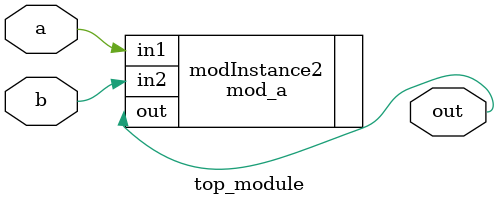
<source format=v>
module top_module ( input a, input b, output out );

    /* Method 1 */
    // mod_a modInstance1(a, b, out);
    /* Method 1 */
    
    /* Method 2 */
    mod_a modInstance2(.out(out), .in1(a), .in2(b));
    /* Method 2 */
    
endmodule

</source>
